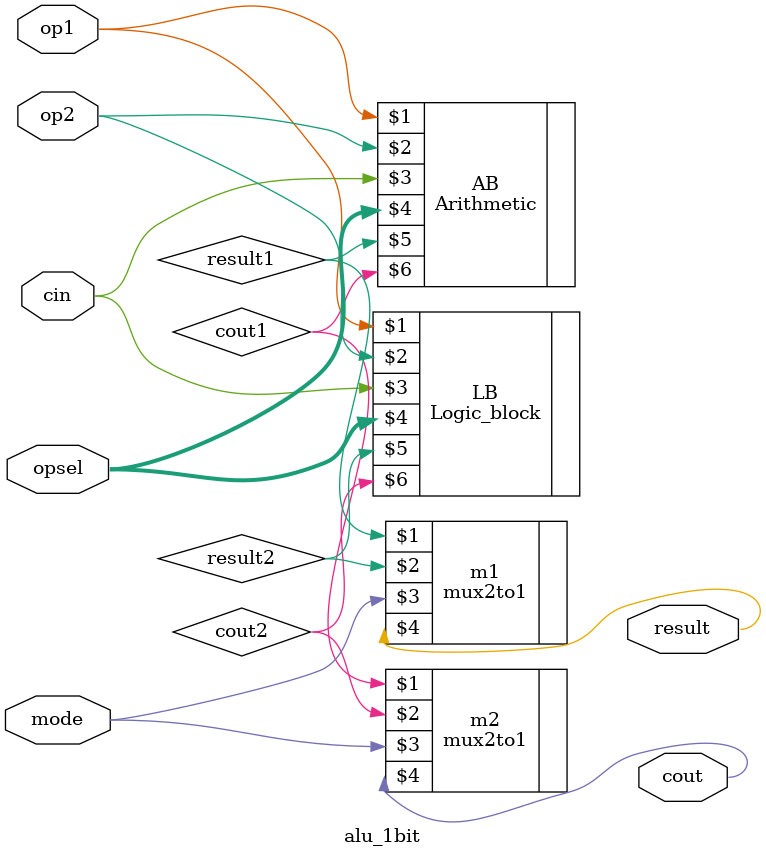
<source format=sv>
`timescale 1ns / 1ps


module alu_1bit ( op1 , op2 , cin, opsel , mode , result, cout);

    input  logic        op1 ;
    input  logic        op2 ;
    input  logic        cin ;
    input  logic [ 2:0] opsel ;
    input  logic        mode ;
    output logic        result ;
    output logic        cout;
    
    wire result1;
    wire result2;
    wire cout1;
    wire cout2;
    
    Arithmetic AB(op1, op2, cin, opsel, result1, cout1);
    Logic_block LB(op1, op2, cin, opsel, result2, cout2);
    mux2to1 m1(result1, result2 , mode, result);
    mux2to1 m2(cout1, cout2, mode, cout);


endmodule 
</source>
